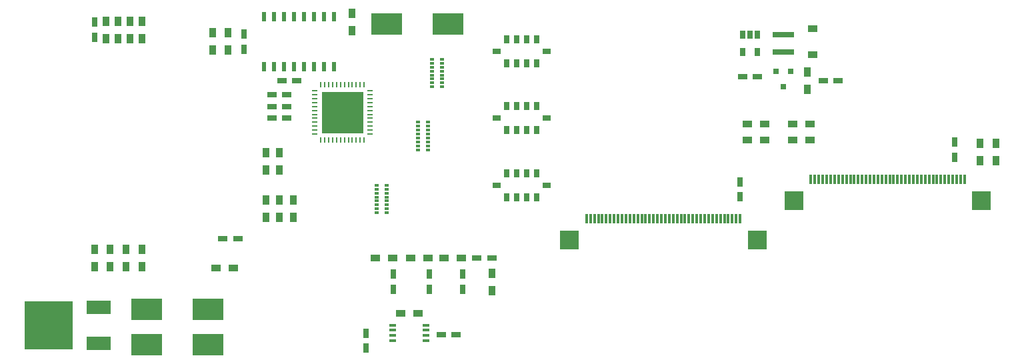
<source format=gbr>
G04 #@! TF.FileFunction,Paste,Top*
%FSLAX46Y46*%
G04 Gerber Fmt 4.6, Leading zero omitted, Abs format (unit mm)*
G04 Created by KiCad (PCBNEW 4.0.5+dfsg1-4) date Tue May 29 15:03:41 2018*
%MOMM*%
%LPD*%
G01*
G04 APERTURE LIST*
%ADD10C,0.100000*%
%ADD11R,4.000500X2.700020*%
%ADD12R,0.300000X1.200000*%
%ADD13R,2.400000X2.400000*%
%ADD14O,0.750000X0.250000*%
%ADD15O,0.250000X0.750000*%
%ADD16R,5.300000X5.300000*%
%ADD17R,0.600000X0.350000*%
%ADD18R,0.700000X1.000000*%
%ADD19R,1.000000X0.800000*%
%ADD20R,0.800100X0.800100*%
%ADD21R,2.700000X0.800000*%
%ADD22R,1.220000X0.910000*%
%ADD23R,0.750000X1.200000*%
%ADD24R,1.200000X0.750000*%
%ADD25R,0.900000X1.200000*%
%ADD26R,1.200000X0.900000*%
%ADD27R,0.508000X1.143000*%
%ADD28R,3.048000X1.651000*%
%ADD29R,6.096000X6.096000*%
%ADD30R,0.890000X0.420000*%
%ADD31R,0.650000X1.060000*%
G04 APERTURE END LIST*
D10*
D11*
X127388740Y-58750000D03*
X119611260Y-58750000D03*
D12*
X164500000Y-83500000D03*
X164000000Y-83500000D03*
X163500000Y-83500000D03*
X163000000Y-83500000D03*
X162500000Y-83500000D03*
X162000000Y-83500000D03*
X161500000Y-83500000D03*
X161000000Y-83500000D03*
X160500000Y-83500000D03*
X160000000Y-83500000D03*
X159500000Y-83500000D03*
X159000000Y-83500000D03*
X158500000Y-83500000D03*
X158000000Y-83500000D03*
X157500000Y-83500000D03*
X157000000Y-83500000D03*
X156500000Y-83500000D03*
X156000000Y-83500000D03*
X155500000Y-83500000D03*
X155000000Y-83500000D03*
X154500000Y-83500000D03*
X154000000Y-83500000D03*
X153500000Y-83500000D03*
X153000000Y-83500000D03*
X152500000Y-83500000D03*
X152000000Y-83500000D03*
X151500000Y-83500000D03*
X151000000Y-83500000D03*
X150500000Y-83500000D03*
X150000000Y-83500000D03*
X149500000Y-83500000D03*
X149000000Y-83500000D03*
X148500000Y-83500000D03*
X148000000Y-83500000D03*
X147500000Y-83500000D03*
X147000000Y-83500000D03*
X146500000Y-83500000D03*
X146000000Y-83500000D03*
X145500000Y-83500000D03*
X145000000Y-83500000D03*
D13*
X166650000Y-86200000D03*
X142850000Y-86200000D03*
D11*
X96888740Y-95000000D03*
X89111260Y-95000000D03*
X96888740Y-99500000D03*
X89111260Y-99500000D03*
D14*
X117525000Y-69750000D03*
X117525000Y-70250000D03*
X117525000Y-70750000D03*
X117525000Y-71250000D03*
X117525000Y-71750000D03*
X117525000Y-72250000D03*
X117525000Y-72750000D03*
X117525000Y-69250000D03*
X117525000Y-68750000D03*
X117525000Y-68250000D03*
X117525000Y-67750000D03*
X110475000Y-67250000D03*
X110475000Y-67750000D03*
X110475000Y-68250000D03*
X110475000Y-68750000D03*
X110475000Y-69250000D03*
X110475000Y-69750000D03*
X110475000Y-70250000D03*
X110475000Y-70750000D03*
X110475000Y-71250000D03*
X110475000Y-71750000D03*
X110475000Y-72250000D03*
X110475000Y-72750000D03*
D15*
X114250000Y-66475000D03*
X114750000Y-66475000D03*
X115250000Y-66475000D03*
X115750000Y-66475000D03*
X116250000Y-66475000D03*
X116750000Y-66475000D03*
X113750000Y-66475000D03*
X113250000Y-66475000D03*
X112750000Y-66475000D03*
X112250000Y-66475000D03*
X111750000Y-66475000D03*
X111250000Y-66475000D03*
X116750000Y-73525000D03*
X116250000Y-73525000D03*
X115725000Y-73525000D03*
X115250000Y-73525000D03*
X114750000Y-73525000D03*
X114250000Y-73525000D03*
X113750000Y-73525000D03*
X113250000Y-73525000D03*
X112750000Y-73525000D03*
X112250000Y-73525000D03*
X111750000Y-73525000D03*
X111250000Y-73525000D03*
D14*
X117525000Y-67250000D03*
D16*
X114000000Y-70000000D03*
D17*
X118350000Y-79250000D03*
X118350000Y-79750000D03*
X118350000Y-80250000D03*
X118350000Y-80750000D03*
X118350000Y-81250000D03*
X118350000Y-81750000D03*
X118350000Y-82250000D03*
X118350000Y-82750000D03*
X119650000Y-82750000D03*
X119650000Y-82250000D03*
X119650000Y-81750000D03*
X119650000Y-81250000D03*
X119650000Y-80750000D03*
X119650000Y-80250000D03*
X119650000Y-79750000D03*
X119650000Y-79250000D03*
X123600000Y-71250000D03*
X123600000Y-71750000D03*
X123600000Y-72250000D03*
X123600000Y-72750000D03*
X123600000Y-73250000D03*
X123600000Y-73750000D03*
X123600000Y-74250000D03*
X123600000Y-74750000D03*
X124900000Y-74750000D03*
X124900000Y-74250000D03*
X124900000Y-73750000D03*
X124900000Y-73250000D03*
X124900000Y-72750000D03*
X124900000Y-72250000D03*
X124900000Y-71750000D03*
X124900000Y-71250000D03*
X125350000Y-63250000D03*
X125350000Y-63750000D03*
X125350000Y-64250000D03*
X125350000Y-64750000D03*
X125350000Y-65250000D03*
X125350000Y-65750000D03*
X125350000Y-66250000D03*
X125350000Y-66750000D03*
X126650000Y-66750000D03*
X126650000Y-66250000D03*
X126650000Y-65750000D03*
X126650000Y-65250000D03*
X126650000Y-64750000D03*
X126650000Y-64250000D03*
X126650000Y-63750000D03*
X126650000Y-63250000D03*
D18*
X134845000Y-60726000D03*
X136115000Y-60726000D03*
X137385000Y-60726000D03*
X138655000Y-60726000D03*
X134845000Y-63774000D03*
X136115000Y-63774000D03*
X137385000Y-63774000D03*
X138655000Y-63774000D03*
D19*
X133575000Y-62250000D03*
X139925000Y-62250000D03*
D18*
X134845000Y-69226000D03*
X136115000Y-69226000D03*
X137385000Y-69226000D03*
X138655000Y-69226000D03*
X134845000Y-72274000D03*
X136115000Y-72274000D03*
X137385000Y-72274000D03*
X138655000Y-72274000D03*
D19*
X133575000Y-70750000D03*
X139925000Y-70750000D03*
D18*
X134845000Y-77726000D03*
X136115000Y-77726000D03*
X137385000Y-77726000D03*
X138655000Y-77726000D03*
X134845000Y-80774000D03*
X136115000Y-80774000D03*
X137385000Y-80774000D03*
X138655000Y-80774000D03*
D19*
X133575000Y-79250000D03*
X139925000Y-79250000D03*
D20*
X170950000Y-64749240D03*
X169050000Y-64749240D03*
X170000000Y-66748220D03*
D21*
X170000000Y-62350000D03*
X170000000Y-60150000D03*
D22*
X173750000Y-62635000D03*
X173750000Y-59365000D03*
D23*
X82500000Y-60450000D03*
X82500000Y-58550000D03*
D24*
X106950000Y-69250000D03*
X105050000Y-69250000D03*
D23*
X101500000Y-61950000D03*
X101500000Y-60050000D03*
X120500000Y-90550000D03*
X120500000Y-92450000D03*
D24*
X106950000Y-70750000D03*
X105050000Y-70750000D03*
D23*
X125000000Y-90550000D03*
X125000000Y-92450000D03*
D24*
X106950000Y-67750000D03*
X105050000Y-67750000D03*
D23*
X129250000Y-90550000D03*
X129250000Y-92450000D03*
D24*
X132950000Y-88500000D03*
X131050000Y-88500000D03*
X126550000Y-98250000D03*
X128450000Y-98250000D03*
X166700000Y-65500000D03*
X164800000Y-65500000D03*
X100700000Y-86000000D03*
X98800000Y-86000000D03*
D23*
X117000000Y-99950000D03*
X117000000Y-98050000D03*
D25*
X88500000Y-60600000D03*
X88500000Y-58400000D03*
X85500000Y-60600000D03*
X85500000Y-58400000D03*
X84500000Y-89600000D03*
X84500000Y-87400000D03*
X82500000Y-87400000D03*
X82500000Y-89600000D03*
X84000000Y-60600000D03*
X84000000Y-58400000D03*
X99500000Y-62100000D03*
X99500000Y-59900000D03*
X97500000Y-62100000D03*
X97500000Y-59900000D03*
X88500000Y-87400000D03*
X88500000Y-89600000D03*
X87000000Y-60600000D03*
X87000000Y-58400000D03*
X86500000Y-87400000D03*
X86500000Y-89600000D03*
X104250000Y-75150000D03*
X104250000Y-77350000D03*
D26*
X100100000Y-89750000D03*
X97900000Y-89750000D03*
D25*
X106000000Y-75150000D03*
X106000000Y-77350000D03*
X107750000Y-81150000D03*
X107750000Y-83350000D03*
X106000000Y-81150000D03*
X106000000Y-83350000D03*
X104250000Y-81150000D03*
X104250000Y-83350000D03*
X115250000Y-57400000D03*
X115250000Y-59600000D03*
D26*
X120350000Y-88500000D03*
X118150000Y-88500000D03*
X124850000Y-88500000D03*
X122650000Y-88500000D03*
X129100000Y-88500000D03*
X126900000Y-88500000D03*
D25*
X133000000Y-92600000D03*
X133000000Y-90400000D03*
D26*
X121400000Y-95500000D03*
X123600000Y-95500000D03*
D25*
X173000000Y-64900000D03*
X173000000Y-67100000D03*
X195000000Y-76100000D03*
X195000000Y-73900000D03*
X197000000Y-76100000D03*
X197000000Y-73900000D03*
D27*
X104055000Y-57825000D03*
X106595000Y-57825000D03*
X107865000Y-57825000D03*
X109135000Y-57825000D03*
X110405000Y-57825000D03*
X111675000Y-57825000D03*
X112945000Y-57825000D03*
X112945000Y-64175000D03*
X111675000Y-64175000D03*
X110405000Y-64175000D03*
X109135000Y-64175000D03*
X107865000Y-64175000D03*
X106595000Y-64175000D03*
X105325000Y-64175000D03*
X104055000Y-64175000D03*
X105325000Y-57825000D03*
D28*
X83000000Y-99286000D03*
D29*
X76650000Y-97000000D03*
D28*
X83000000Y-94714000D03*
D30*
X124605000Y-98975000D03*
X124605000Y-98325000D03*
X124605000Y-97675000D03*
X124605000Y-97025000D03*
X120395000Y-97025000D03*
X120395000Y-97675000D03*
X120395000Y-98325000D03*
X120395000Y-98975000D03*
D31*
X166700000Y-60150000D03*
X165750000Y-60150000D03*
X164800000Y-60150000D03*
X164800000Y-62350000D03*
X166700000Y-62350000D03*
D26*
X167600000Y-71500000D03*
X165400000Y-71500000D03*
D24*
X175050000Y-66000000D03*
X176950000Y-66000000D03*
D23*
X164500000Y-80700000D03*
X164500000Y-78800000D03*
D12*
X193000000Y-78500000D03*
X192500000Y-78500000D03*
X192000000Y-78500000D03*
X191500000Y-78500000D03*
X191000000Y-78500000D03*
X190500000Y-78500000D03*
X190000000Y-78500000D03*
X189500000Y-78500000D03*
X189000000Y-78500000D03*
X188500000Y-78500000D03*
X188000000Y-78500000D03*
X187500000Y-78500000D03*
X187000000Y-78500000D03*
X186500000Y-78500000D03*
X186000000Y-78500000D03*
X185500000Y-78500000D03*
X185000000Y-78500000D03*
X184500000Y-78500000D03*
X184000000Y-78500000D03*
X183500000Y-78500000D03*
X183000000Y-78500000D03*
X182500000Y-78500000D03*
X182000000Y-78500000D03*
X181500000Y-78500000D03*
X181000000Y-78500000D03*
X180500000Y-78500000D03*
X180000000Y-78500000D03*
X179500000Y-78500000D03*
X179000000Y-78500000D03*
X178500000Y-78500000D03*
X178000000Y-78500000D03*
X177500000Y-78500000D03*
X177000000Y-78500000D03*
X176500000Y-78500000D03*
X176000000Y-78500000D03*
X175500000Y-78500000D03*
X175000000Y-78500000D03*
X174500000Y-78500000D03*
X174000000Y-78500000D03*
X173500000Y-78500000D03*
D13*
X195150000Y-81200000D03*
X171350000Y-81200000D03*
D26*
X165400000Y-73500000D03*
X167600000Y-73500000D03*
X173350000Y-71500000D03*
X171150000Y-71500000D03*
X171150000Y-73500000D03*
X173350000Y-73500000D03*
D24*
X108200000Y-66000000D03*
X106300000Y-66000000D03*
D23*
X191750000Y-75700000D03*
X191750000Y-73800000D03*
M02*

</source>
